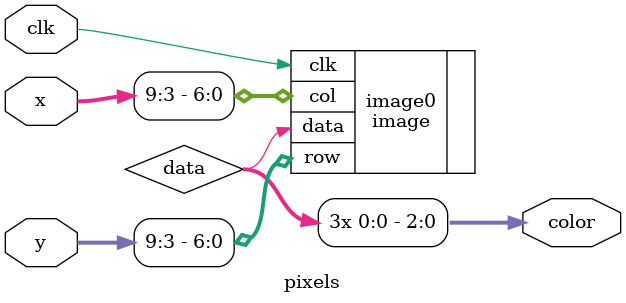
<source format=v>
`default_nettype none

module pixels (
                input wire [9:0]  x,           // X position actual pixel
                input wire [9:0]  y,           // Y position actual pixel
                //input wire        activevideo, // Active video
                input wire        clk,         // Pixel clock
                output wire [2:0]  color        // pixel color
                );

    wire data;

    image image0 (
        .clk( clk ),
        .row( y[9:3] ),
        .col( x[9:3] ),
        .data( data )
    );

    assign color = {data,data,data};
endmodule

</source>
